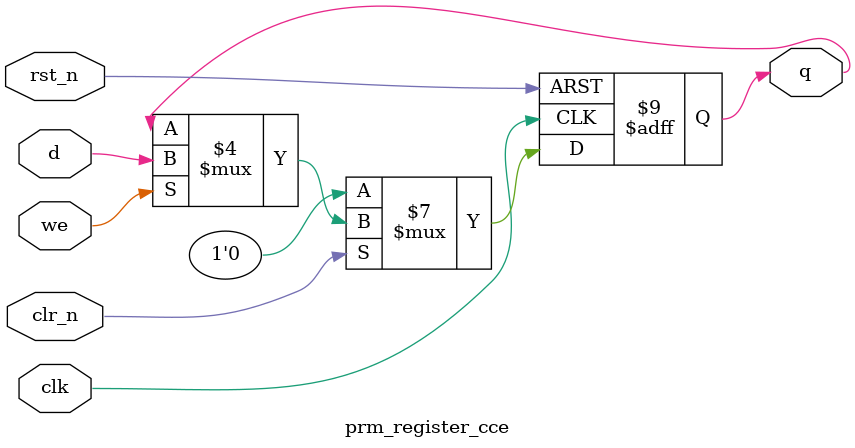
<source format=v>

`timescale 1ns / 1ps

module prm_register_cce
#(
    parameter WIDTH = 1
)
(
    input                        clk,
    input                        rst_n,
    input                        clr_n,
    input                        we,
    input      [ WIDTH - 1 : 0 ] d,
    output reg [ WIDTH - 1 : 0 ] q
);
    localparam RESET = { WIDTH { 1'b0 } };
    
    always @ (posedge clk or negedge rst_n)
        if(~rst_n)
            q <= RESET;
        else if(~clr_n)
            q <= RESET;
        else if(we) 
            q <= d;
endmodule

</source>
